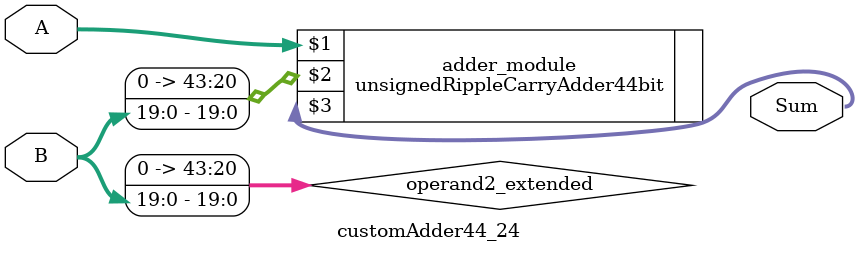
<source format=v>
module customAdder44_24(
                        input [43 : 0] A,
                        input [19 : 0] B,
                        
                        output [44 : 0] Sum
                );

        wire [43 : 0] operand2_extended;
        
        assign operand2_extended =  {24'b0, B};
        
        unsignedRippleCarryAdder44bit adder_module(
            A,
            operand2_extended,
            Sum
        );
        
        endmodule
        
</source>
